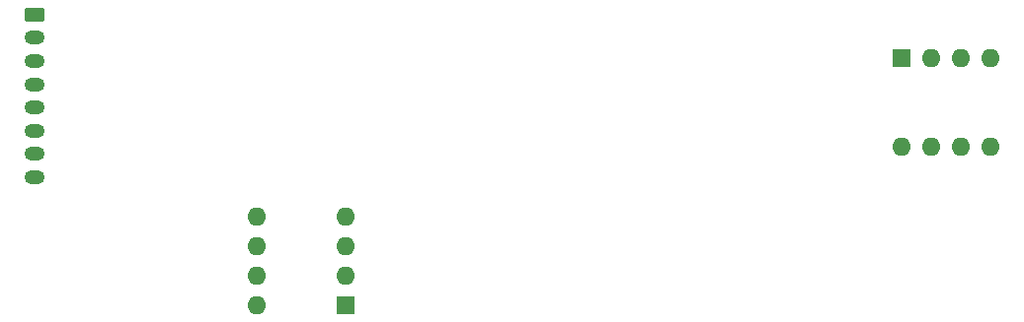
<source format=gbs>
G04 #@! TF.GenerationSoftware,KiCad,Pcbnew,(6.0.2)*
G04 #@! TF.CreationDate,2022-03-10T22:37:31+00:00*
G04 #@! TF.ProjectId,EncoderCMOS,456e636f-6465-4724-934d-4f532e6b6963,rev?*
G04 #@! TF.SameCoordinates,Original*
G04 #@! TF.FileFunction,Soldermask,Bot*
G04 #@! TF.FilePolarity,Negative*
%FSLAX46Y46*%
G04 Gerber Fmt 4.6, Leading zero omitted, Abs format (unit mm)*
G04 Created by KiCad (PCBNEW (6.0.2)) date 2022-03-10 22:37:31*
%MOMM*%
%LPD*%
G01*
G04 APERTURE LIST*
G04 Aperture macros list*
%AMRoundRect*
0 Rectangle with rounded corners*
0 $1 Rounding radius*
0 $2 $3 $4 $5 $6 $7 $8 $9 X,Y pos of 4 corners*
0 Add a 4 corners polygon primitive as box body*
4,1,4,$2,$3,$4,$5,$6,$7,$8,$9,$2,$3,0*
0 Add four circle primitives for the rounded corners*
1,1,$1+$1,$2,$3*
1,1,$1+$1,$4,$5*
1,1,$1+$1,$6,$7*
1,1,$1+$1,$8,$9*
0 Add four rect primitives between the rounded corners*
20,1,$1+$1,$2,$3,$4,$5,0*
20,1,$1+$1,$4,$5,$6,$7,0*
20,1,$1+$1,$6,$7,$8,$9,0*
20,1,$1+$1,$8,$9,$2,$3,0*%
G04 Aperture macros list end*
%ADD10R,1.600000X1.600000*%
%ADD11O,1.600000X1.600000*%
%ADD12RoundRect,0.250000X-0.625000X0.350000X-0.625000X-0.350000X0.625000X-0.350000X0.625000X0.350000X0*%
%ADD13O,1.750000X1.200000*%
G04 APERTURE END LIST*
D10*
X98943000Y-22958500D03*
D11*
X101483000Y-22958500D03*
X104023000Y-22958500D03*
X106563000Y-22958500D03*
X106563000Y-30578500D03*
X104023000Y-30578500D03*
X101483000Y-30578500D03*
X98943000Y-30578500D03*
D12*
X24638000Y-19203500D03*
D13*
X24638000Y-21203500D03*
X24638000Y-23203500D03*
X24638000Y-25203500D03*
X24638000Y-27203500D03*
X24638000Y-29203500D03*
X24638000Y-31203500D03*
X24638000Y-33203500D03*
D10*
X51298000Y-44186000D03*
D11*
X51298000Y-41646000D03*
X51298000Y-39106000D03*
X51298000Y-36566000D03*
X43678000Y-36566000D03*
X43678000Y-39106000D03*
X43678000Y-41646000D03*
X43678000Y-44186000D03*
M02*

</source>
